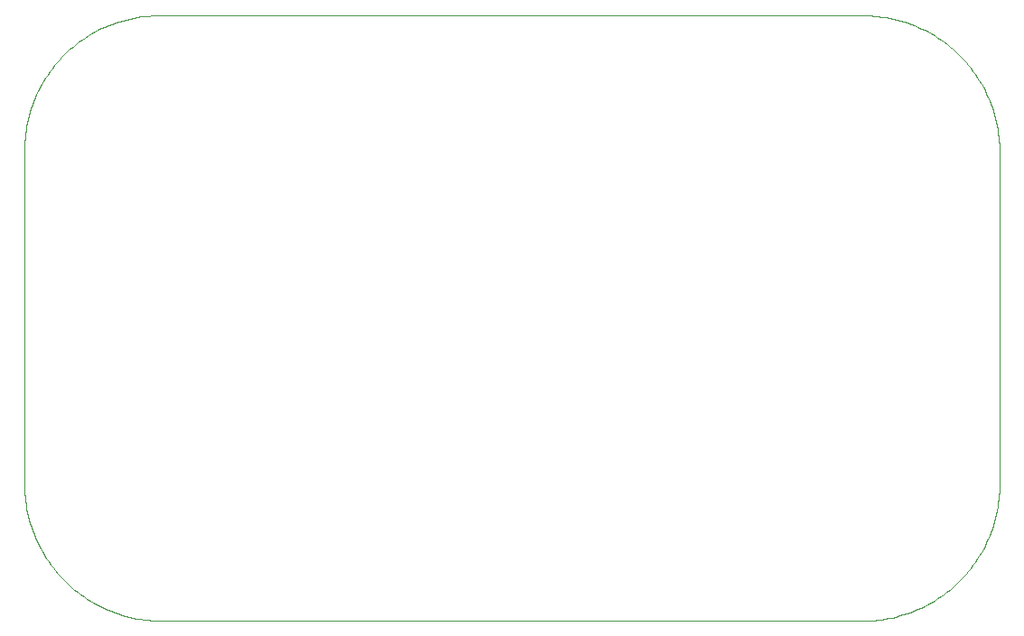
<source format=gko>
G75*
%MOIN*%
%OFA0B0*%
%FSLAX24Y24*%
%IPPOS*%
%LPD*%
%AMOC8*
5,1,8,0,0,1.08239X$1,22.5*
%
%ADD10C,0.0000*%
D10*
X005630Y000688D02*
X031435Y000688D01*
X031574Y000690D01*
X031714Y000696D01*
X031853Y000705D01*
X031992Y000719D01*
X032130Y000736D01*
X032268Y000757D01*
X032405Y000782D01*
X032542Y000810D01*
X032677Y000843D01*
X032812Y000879D01*
X032945Y000919D01*
X033078Y000962D01*
X033209Y001009D01*
X033339Y001060D01*
X033468Y001114D01*
X033594Y001172D01*
X033720Y001233D01*
X033843Y001298D01*
X033965Y001366D01*
X034085Y001437D01*
X034203Y001512D01*
X034318Y001590D01*
X034432Y001671D01*
X034543Y001755D01*
X034652Y001842D01*
X034758Y001932D01*
X034862Y002025D01*
X034963Y002121D01*
X035062Y002220D01*
X035158Y002321D01*
X035251Y002425D01*
X035341Y002531D01*
X035428Y002640D01*
X035512Y002751D01*
X035593Y002865D01*
X035671Y002980D01*
X035746Y003098D01*
X035817Y003218D01*
X035885Y003340D01*
X035950Y003463D01*
X036011Y003589D01*
X036069Y003715D01*
X036123Y003844D01*
X036174Y003974D01*
X036221Y004105D01*
X036264Y004238D01*
X036304Y004371D01*
X036340Y004506D01*
X036373Y004641D01*
X036401Y004778D01*
X036426Y004915D01*
X036447Y005053D01*
X036464Y005191D01*
X036478Y005330D01*
X036487Y005469D01*
X036493Y005609D01*
X036495Y005748D01*
X036495Y018019D01*
X036493Y018158D01*
X036487Y018297D01*
X036478Y018435D01*
X036464Y018573D01*
X036447Y018711D01*
X036426Y018849D01*
X036402Y018985D01*
X036373Y019121D01*
X036341Y019256D01*
X036305Y019390D01*
X036265Y019524D01*
X036222Y019655D01*
X036175Y019786D01*
X036125Y019916D01*
X036070Y020044D01*
X036013Y020170D01*
X035952Y020295D01*
X035888Y020418D01*
X035820Y020539D01*
X035749Y020658D01*
X035674Y020776D01*
X035597Y020891D01*
X035516Y021004D01*
X035432Y021115D01*
X035345Y021223D01*
X035256Y021329D01*
X035163Y021432D01*
X035068Y021533D01*
X034969Y021632D01*
X034868Y021727D01*
X034765Y021820D01*
X034659Y021909D01*
X034551Y021996D01*
X034440Y022080D01*
X034327Y022161D01*
X034212Y022238D01*
X034094Y022313D01*
X033975Y022384D01*
X033854Y022452D01*
X033731Y022516D01*
X033606Y022577D01*
X033480Y022634D01*
X033352Y022689D01*
X033222Y022739D01*
X033091Y022786D01*
X032960Y022829D01*
X032826Y022869D01*
X032692Y022905D01*
X032557Y022937D01*
X032421Y022966D01*
X032285Y022990D01*
X032147Y023011D01*
X032009Y023028D01*
X031871Y023042D01*
X031733Y023051D01*
X031594Y023057D01*
X031455Y023059D01*
X005498Y023059D01*
X005497Y023058D02*
X005358Y023057D01*
X005219Y023052D01*
X005080Y023043D01*
X004941Y023030D01*
X004803Y023014D01*
X004665Y022993D01*
X004528Y022969D01*
X004391Y022940D01*
X004256Y022908D01*
X004121Y022872D01*
X003988Y022833D01*
X003855Y022790D01*
X003724Y022743D01*
X003595Y022692D01*
X003466Y022638D01*
X003340Y022580D01*
X003215Y022518D01*
X003091Y022453D01*
X002970Y022385D01*
X002850Y022313D01*
X002733Y022238D01*
X002618Y022160D01*
X002505Y022079D01*
X002394Y021994D01*
X002286Y021906D01*
X002180Y021816D01*
X002077Y021722D01*
X001977Y021626D01*
X001879Y021526D01*
X001784Y021424D01*
X001692Y021320D01*
X001603Y021213D01*
X001517Y021103D01*
X001434Y020991D01*
X001354Y020877D01*
X001278Y020760D01*
X001205Y020642D01*
X001135Y020521D01*
X001068Y020399D01*
X001005Y020275D01*
X000946Y020149D01*
X000890Y020021D01*
X000838Y019892D01*
X000789Y019762D01*
X000744Y019630D01*
X000703Y019497D01*
X000665Y019363D01*
X000632Y019227D01*
X000602Y019091D01*
X000575Y018955D01*
X000553Y018817D01*
X000535Y018679D01*
X000520Y018541D01*
X000510Y018402D01*
X000503Y018263D01*
X000500Y018123D01*
X000500Y005692D01*
X000500Y005693D02*
X000504Y005550D01*
X000512Y005409D01*
X000524Y005267D01*
X000539Y005126D01*
X000559Y004985D01*
X000582Y004845D01*
X000610Y004705D01*
X000641Y004567D01*
X000677Y004429D01*
X000716Y004292D01*
X000759Y004157D01*
X000805Y004023D01*
X000856Y003890D01*
X000910Y003758D01*
X000968Y003629D01*
X001029Y003500D01*
X001094Y003374D01*
X001163Y003249D01*
X001235Y003127D01*
X001310Y003006D01*
X001389Y002888D01*
X001471Y002772D01*
X001556Y002658D01*
X001645Y002547D01*
X001736Y002438D01*
X001831Y002332D01*
X001928Y002229D01*
X002029Y002128D01*
X002132Y002030D01*
X002237Y001935D01*
X002346Y001844D01*
X002457Y001755D01*
X002570Y001669D01*
X002686Y001587D01*
X002804Y001508D01*
X002924Y001432D01*
X003047Y001359D01*
X003171Y001290D01*
X003297Y001225D01*
X003425Y001163D01*
X003555Y001105D01*
X003686Y001050D01*
X003819Y000999D01*
X003953Y000952D01*
X004088Y000909D01*
X004224Y000869D01*
X004362Y000833D01*
X004500Y000802D01*
X004640Y000774D01*
X004780Y000750D01*
X004921Y000729D01*
X005062Y000713D01*
X005203Y000701D01*
X005345Y000693D01*
X005487Y000689D01*
X005629Y000688D01*
M02*

</source>
